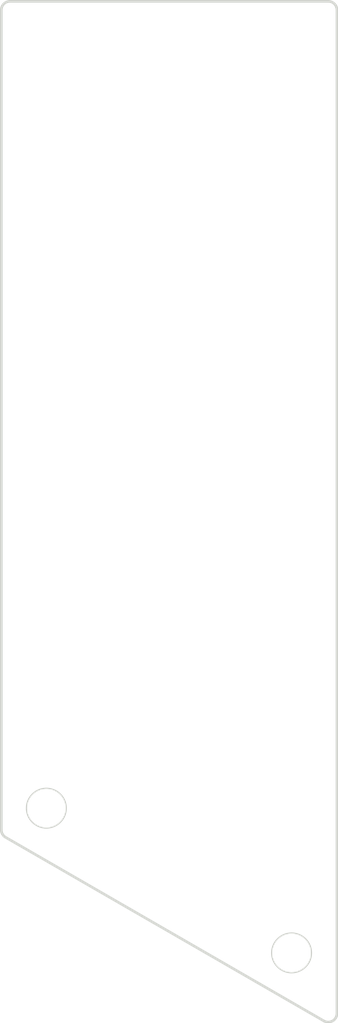
<source format=kicad_pcb>
(kicad_pcb (version 20240108) (generator "pcbnew") (generator_version "8.0")
  (title_block (title "controller_overlay") (date "2025-03-02") (rev "0.2") (company "ceoloide"))
  (layers (0 "F.Cu" signal) (31 "B.Cu" signal) (34 "B.Paste" user) (35 "F.Paste" user) (36 "B.SilkS" user "B.Silkscreen") (37 "F.SilkS" user "F.Silkscreen") (38 "B.Mask" user) (39 "F.Mask" user) (44 "Edge.Cuts" user))
  (net 0 "")
  (footprint "ceoloide:mounting_hole_npth" (layer "F.Cu") (at 204.927 100.4635)
    (property "Reference" "MH1" (hide yes))
    (property "Value" "")
    (pad "" np_thru_hole circle (at 0 0) (size 2.2 2.2) (drill 2.2) (layers "*.Cu" "*.Mask"))
  )
  (footprint "ceoloide:mounting_hole_npth" (layer "F.Cu") (at 218.969 108.7575)
    (property "Reference" "MH2" (hide yes))
    (property "Value" "")
    (pad "" np_thru_hole circle (at 0 0) (size 2.2 2.2) (drill 2.2) (layers "*.Cu" "*.Mask"))
  )
  (gr_line (start 221.568 54.7275) (end 221.568 112.222475) (stroke (width 0.15)) (layer "Edge.Cuts"))
  (gr_arc (start 202.348 54.7275) (mid 202.494447 54.373947) (end 202.848 54.2275) (stroke (width 0.15)) (layer "Edge.Cuts"))
  (gr_arc (start 221.568 112.222475) (mid 221.317996 112.655474) (end 220.818 112.655487) (stroke (width 0.15)) (layer "Edge.Cuts"))
  (gr_circle (center 218.969 108.7575) (end 220.069 108.7575) (stroke (width 0.15)) (fill none) (layer "Edge.Cuts"))
  (gr_arc (start 202.598 102.136165) (mid 202.415005 101.953149) (end 202.348 101.703153) (stroke (width 0.15)) (layer "Edge.Cuts"))
  (gr_line (start 202.848 54.2275) (end 221.068 54.2275) (stroke (width 0.15)) (layer "Edge.Cuts"))
  (gr_line (start 202.348 101.703153) (end 202.348 54.7275) (stroke (width 0.15)) (layer "Edge.Cuts"))
  (gr_circle (center 204.927 100.4635) (end 206.027 100.4635) (stroke (width 0.15)) (fill none) (layer "Edge.Cuts"))
  (gr_line (start 220.818 112.655487) (end 202.598 102.136165) (stroke (width 0.15)) (layer "Edge.Cuts"))
  (gr_arc (start 221.068 54.2275) (mid 221.421553 54.373947) (end 221.568 54.7275) (stroke (width 0.15)) (layer "Edge.Cuts"))
)
</source>
